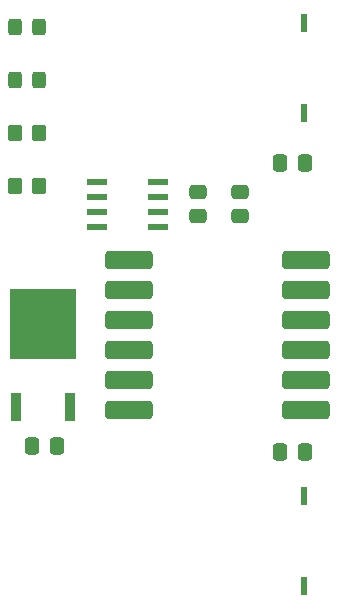
<source format=gbp>
%TF.GenerationSoftware,KiCad,Pcbnew,8.0.1-8.0.1-1~ubuntu22.04.1*%
%TF.CreationDate,2024-04-18T01:12:43-04:00*%
%TF.ProjectId,esp32_rover_devkit,65737033-325f-4726-9f76-65725f646576,rev?*%
%TF.SameCoordinates,Original*%
%TF.FileFunction,Paste,Bot*%
%TF.FilePolarity,Positive*%
%FSLAX46Y46*%
G04 Gerber Fmt 4.6, Leading zero omitted, Abs format (unit mm)*
G04 Created by KiCad (PCBNEW 8.0.1-8.0.1-1~ubuntu22.04.1) date 2024-04-18 01:12:43*
%MOMM*%
%LPD*%
G01*
G04 APERTURE LIST*
G04 Aperture macros list*
%AMRoundRect*
0 Rectangle with rounded corners*
0 $1 Rounding radius*
0 $2 $3 $4 $5 $6 $7 $8 $9 X,Y pos of 4 corners*
0 Add a 4 corners polygon primitive as box body*
4,1,4,$2,$3,$4,$5,$6,$7,$8,$9,$2,$3,0*
0 Add four circle primitives for the rounded corners*
1,1,$1+$1,$2,$3*
1,1,$1+$1,$4,$5*
1,1,$1+$1,$6,$7*
1,1,$1+$1,$8,$9*
0 Add four rect primitives between the rounded corners*
20,1,$1+$1,$2,$3,$4,$5,0*
20,1,$1+$1,$4,$5,$6,$7,0*
20,1,$1+$1,$6,$7,$8,$9,0*
20,1,$1+$1,$8,$9,$2,$3,0*%
G04 Aperture macros list end*
%ADD10RoundRect,0.225000X1.775000X0.525000X-1.775000X0.525000X-1.775000X-0.525000X1.775000X-0.525000X0*%
%ADD11R,0.939800X2.489200*%
%ADD12R,5.562600X5.918200*%
%ADD13RoundRect,0.250000X0.475000X-0.337500X0.475000X0.337500X-0.475000X0.337500X-0.475000X-0.337500X0*%
%ADD14RoundRect,0.250000X-0.325000X-0.450000X0.325000X-0.450000X0.325000X0.450000X-0.325000X0.450000X0*%
%ADD15R,0.609600X1.511300*%
%ADD16RoundRect,0.250000X-0.337500X-0.475000X0.337500X-0.475000X0.337500X0.475000X-0.337500X0.475000X0*%
%ADD17RoundRect,0.041300X0.833700X0.253700X-0.833700X0.253700X-0.833700X-0.253700X0.833700X-0.253700X0*%
%ADD18RoundRect,0.250000X-0.350000X-0.450000X0.350000X-0.450000X0.350000X0.450000X-0.350000X0.450000X0*%
%ADD19RoundRect,0.250000X0.350000X0.450000X-0.350000X0.450000X-0.350000X-0.450000X0.350000X-0.450000X0*%
G04 APERTURE END LIST*
D10*
%TO.C,U4*%
X45600000Y-47700000D03*
X45600000Y-50240000D03*
X45600000Y-52780000D03*
X45600000Y-55320000D03*
X45600000Y-57860000D03*
X45600000Y-60400000D03*
X30600000Y-47700000D03*
X30600000Y-50240000D03*
X30600000Y-52780000D03*
X30600000Y-55320000D03*
X30600000Y-57860000D03*
X30600000Y-60400000D03*
%TD*%
D11*
%TO.C,U2*%
X25686000Y-60194200D03*
D12*
X23400000Y-53120300D03*
D11*
X21114000Y-60194200D03*
%TD*%
D13*
%TO.C,C7*%
X40000000Y-44037500D03*
X40000000Y-41962500D03*
%TD*%
D14*
%TO.C,D2*%
X20975000Y-28000000D03*
X23025000Y-28000000D03*
%TD*%
D15*
%TO.C,SW1*%
X45500000Y-75303650D03*
X45500000Y-67696350D03*
%TD*%
D14*
%TO.C,D1*%
X20975000Y-32500000D03*
X23025000Y-32500000D03*
%TD*%
D16*
%TO.C,C4*%
X43462500Y-64000000D03*
X45537500Y-64000000D03*
%TD*%
%TO.C,C6*%
X22462500Y-63500000D03*
X24537500Y-63500000D03*
%TD*%
%TO.C,C5*%
X43462500Y-39500000D03*
X45537500Y-39500000D03*
%TD*%
D15*
%TO.C,SW2*%
X45500000Y-27696350D03*
X45500000Y-35303650D03*
%TD*%
D17*
%TO.C,U3*%
X33085000Y-41095000D03*
X33085000Y-42365000D03*
X33085000Y-43635000D03*
X33085000Y-44905000D03*
X27915000Y-44905000D03*
X27915000Y-43635000D03*
X27915000Y-42365000D03*
X27915000Y-41095000D03*
%TD*%
D13*
%TO.C,C8*%
X36500000Y-44037500D03*
X36500000Y-41962500D03*
%TD*%
D18*
%TO.C,R3*%
X21000000Y-37000000D03*
X23000000Y-37000000D03*
%TD*%
D19*
%TO.C,R2*%
X23000000Y-41500000D03*
X21000000Y-41500000D03*
%TD*%
M02*

</source>
